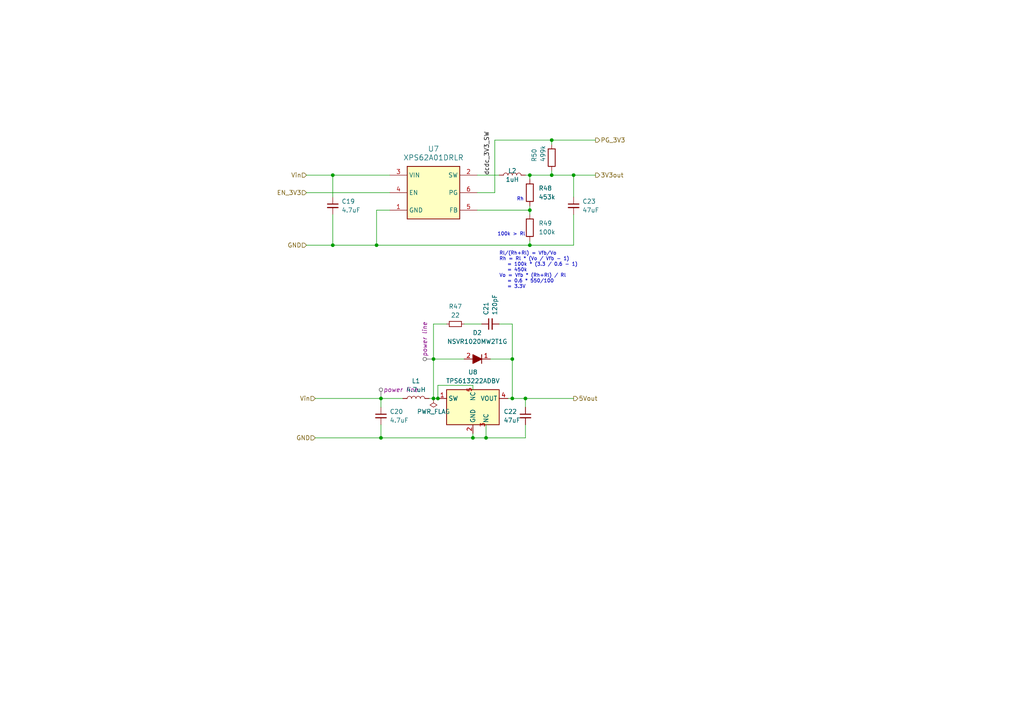
<source format=kicad_sch>
(kicad_sch
	(version 20231120)
	(generator "eeschema")
	(generator_version "8.0")
	(uuid "6b1196ae-a71d-47f3-9f29-ca551f21993e")
	(paper "A4")
	(title_block
		(title "bat to 3v3")
		(date "2024-01-12")
		(rev "1")
		(company "akifumi takahashi (@akiphvmi)")
	)
	(lib_symbols
		(symbol "DL:NSVR1020MW2T1G"
			(pin_names hide)
			(exclude_from_sim no)
			(in_bom yes)
			(on_board yes)
			(property "Reference" "D2"
				(at 7.62 -7.62 0)
				(effects
					(font
						(size 1.27 1.27)
					)
				)
			)
			(property "Value" "NSVR1020MW2T1G"
				(at 7.62 -5.08 0)
				(effects
					(font
						(size 1.27 1.27)
					)
				)
			)
			(property "Footprint" "SOD2512X110N"
				(at 11.43 -97.46 0)
				(effects
					(font
						(size 1.27 1.27)
					)
					(justify left top)
					(hide yes)
				)
			)
			(property "Datasheet" "http://www.onsemi.com/pub/Collateral/NSR1020MW2T1-D.PDF"
				(at 11.43 -197.46 0)
				(effects
					(font
						(size 1.27 1.27)
					)
					(justify left top)
					(hide yes)
				)
			)
			(property "Description" "Schottky Diodes & Rectifiers SMALL SIG SCHOTTKY S"
				(at 0 0 0)
				(effects
					(font
						(size 1.27 1.27)
					)
					(hide yes)
				)
			)
			(property "Height" "1.1"
				(at 11.43 -397.46 0)
				(effects
					(font
						(size 1.27 1.27)
					)
					(justify left top)
					(hide yes)
				)
			)
			(property "Manufacturer_Name" "onsemi"
				(at 11.43 -497.46 0)
				(effects
					(font
						(size 1.27 1.27)
					)
					(justify left top)
					(hide yes)
				)
			)
			(property "Manufacturer_Part_Number" "NSVR1020MW2T1G"
				(at 11.43 -597.46 0)
				(effects
					(font
						(size 1.27 1.27)
					)
					(justify left top)
					(hide yes)
				)
			)
			(property "Mouser Part Number" "863-NSVR1020MW2T1G"
				(at 11.43 -697.46 0)
				(effects
					(font
						(size 1.27 1.27)
					)
					(justify left top)
					(hide yes)
				)
			)
			(property "Mouser Price/Stock" "https://www.mouser.co.uk/ProductDetail/onsemi/NSVR1020MW2T1G?qs=tCMd4XlZ%2FiDUu7qH%252Bxas4w%3D%3D"
				(at 11.43 -797.46 0)
				(effects
					(font
						(size 1.27 1.27)
					)
					(justify left top)
					(hide yes)
				)
			)
			(property "Arrow Part Number" "NSVR1020MW2T1G"
				(at 11.43 -897.46 0)
				(effects
					(font
						(size 1.27 1.27)
					)
					(justify left top)
					(hide yes)
				)
			)
			(property "Arrow Price/Stock" "https://www.arrow.com/en/products/nsvr1020mw2t1g/on-semiconductor"
				(at 11.43 -997.46 0)
				(effects
					(font
						(size 1.27 1.27)
					)
					(justify left top)
					(hide yes)
				)
			)
			(symbol "NSVR1020MW2T1G_1_1"
				(polyline
					(pts
						(xy 2.54 1.27) (xy 2.54 -1.27)
					)
					(stroke
						(width 0.254)
						(type default)
					)
					(fill
						(type none)
					)
				)
				(polyline
					(pts
						(xy 2.54 0) (xy 5.08 1.27) (xy 5.08 -1.27) (xy 2.54 0)
					)
					(stroke
						(width 0.254)
						(type default)
					)
					(fill
						(type outline)
					)
				)
				(pin passive line
					(at 0 0 0)
					(length 2.54)
					(name "K"
						(effects
							(font
								(size 1.27 1.27)
							)
						)
					)
					(number "1"
						(effects
							(font
								(size 1.27 1.27)
							)
						)
					)
				)
				(pin passive line
					(at 7.62 0 180)
					(length 2.54)
					(name "A"
						(effects
							(font
								(size 1.27 1.27)
							)
						)
					)
					(number "2"
						(effects
							(font
								(size 1.27 1.27)
							)
						)
					)
				)
			)
		)
		(symbol "Device:C_Small"
			(pin_numbers hide)
			(pin_names
				(offset 0.254) hide)
			(exclude_from_sim no)
			(in_bom yes)
			(on_board yes)
			(property "Reference" "C"
				(at 0.254 1.778 0)
				(effects
					(font
						(size 1.27 1.27)
					)
					(justify left)
				)
			)
			(property "Value" "C_Small"
				(at 0.254 -2.032 0)
				(effects
					(font
						(size 1.27 1.27)
					)
					(justify left)
				)
			)
			(property "Footprint" ""
				(at 0 0 0)
				(effects
					(font
						(size 1.27 1.27)
					)
					(hide yes)
				)
			)
			(property "Datasheet" "~"
				(at 0 0 0)
				(effects
					(font
						(size 1.27 1.27)
					)
					(hide yes)
				)
			)
			(property "Description" "Unpolarized capacitor, small symbol"
				(at 0 0 0)
				(effects
					(font
						(size 1.27 1.27)
					)
					(hide yes)
				)
			)
			(property "ki_keywords" "capacitor cap"
				(at 0 0 0)
				(effects
					(font
						(size 1.27 1.27)
					)
					(hide yes)
				)
			)
			(property "ki_fp_filters" "C_*"
				(at 0 0 0)
				(effects
					(font
						(size 1.27 1.27)
					)
					(hide yes)
				)
			)
			(symbol "C_Small_0_1"
				(polyline
					(pts
						(xy -1.524 -0.508) (xy 1.524 -0.508)
					)
					(stroke
						(width 0.3302)
						(type default)
					)
					(fill
						(type none)
					)
				)
				(polyline
					(pts
						(xy -1.524 0.508) (xy 1.524 0.508)
					)
					(stroke
						(width 0.3048)
						(type default)
					)
					(fill
						(type none)
					)
				)
			)
			(symbol "C_Small_1_1"
				(pin passive line
					(at 0 2.54 270)
					(length 2.032)
					(name "~"
						(effects
							(font
								(size 1.27 1.27)
							)
						)
					)
					(number "1"
						(effects
							(font
								(size 1.27 1.27)
							)
						)
					)
				)
				(pin passive line
					(at 0 -2.54 90)
					(length 2.032)
					(name "~"
						(effects
							(font
								(size 1.27 1.27)
							)
						)
					)
					(number "2"
						(effects
							(font
								(size 1.27 1.27)
							)
						)
					)
				)
			)
		)
		(symbol "Device:L"
			(pin_numbers hide)
			(pin_names
				(offset 1.016) hide)
			(exclude_from_sim no)
			(in_bom yes)
			(on_board yes)
			(property "Reference" "L"
				(at -1.27 0 90)
				(effects
					(font
						(size 1.27 1.27)
					)
				)
			)
			(property "Value" "L"
				(at 1.905 0 90)
				(effects
					(font
						(size 1.27 1.27)
					)
				)
			)
			(property "Footprint" ""
				(at 0 0 0)
				(effects
					(font
						(size 1.27 1.27)
					)
					(hide yes)
				)
			)
			(property "Datasheet" "~"
				(at 0 0 0)
				(effects
					(font
						(size 1.27 1.27)
					)
					(hide yes)
				)
			)
			(property "Description" "Inductor"
				(at 0 0 0)
				(effects
					(font
						(size 1.27 1.27)
					)
					(hide yes)
				)
			)
			(property "ki_keywords" "inductor choke coil reactor magnetic"
				(at 0 0 0)
				(effects
					(font
						(size 1.27 1.27)
					)
					(hide yes)
				)
			)
			(property "ki_fp_filters" "Choke_* *Coil* Inductor_* L_*"
				(at 0 0 0)
				(effects
					(font
						(size 1.27 1.27)
					)
					(hide yes)
				)
			)
			(symbol "L_0_1"
				(arc
					(start 0 -2.54)
					(mid 0.6323 -1.905)
					(end 0 -1.27)
					(stroke
						(width 0)
						(type default)
					)
					(fill
						(type none)
					)
				)
				(arc
					(start 0 -1.27)
					(mid 0.6323 -0.635)
					(end 0 0)
					(stroke
						(width 0)
						(type default)
					)
					(fill
						(type none)
					)
				)
				(arc
					(start 0 0)
					(mid 0.6323 0.635)
					(end 0 1.27)
					(stroke
						(width 0)
						(type default)
					)
					(fill
						(type none)
					)
				)
				(arc
					(start 0 1.27)
					(mid 0.6323 1.905)
					(end 0 2.54)
					(stroke
						(width 0)
						(type default)
					)
					(fill
						(type none)
					)
				)
			)
			(symbol "L_1_1"
				(pin passive line
					(at 0 3.81 270)
					(length 1.27)
					(name "1"
						(effects
							(font
								(size 1.27 1.27)
							)
						)
					)
					(number "1"
						(effects
							(font
								(size 1.27 1.27)
							)
						)
					)
				)
				(pin passive line
					(at 0 -3.81 90)
					(length 1.27)
					(name "2"
						(effects
							(font
								(size 1.27 1.27)
							)
						)
					)
					(number "2"
						(effects
							(font
								(size 1.27 1.27)
							)
						)
					)
				)
			)
		)
		(symbol "Device:R"
			(pin_numbers hide)
			(pin_names
				(offset 0)
			)
			(exclude_from_sim no)
			(in_bom yes)
			(on_board yes)
			(property "Reference" "R"
				(at 2.032 0 90)
				(effects
					(font
						(size 1.27 1.27)
					)
				)
			)
			(property "Value" "R"
				(at 0 0 90)
				(effects
					(font
						(size 1.27 1.27)
					)
				)
			)
			(property "Footprint" ""
				(at -1.778 0 90)
				(effects
					(font
						(size 1.27 1.27)
					)
					(hide yes)
				)
			)
			(property "Datasheet" "~"
				(at 0 0 0)
				(effects
					(font
						(size 1.27 1.27)
					)
					(hide yes)
				)
			)
			(property "Description" "Resistor"
				(at 0 0 0)
				(effects
					(font
						(size 1.27 1.27)
					)
					(hide yes)
				)
			)
			(property "ki_keywords" "R res resistor"
				(at 0 0 0)
				(effects
					(font
						(size 1.27 1.27)
					)
					(hide yes)
				)
			)
			(property "ki_fp_filters" "R_*"
				(at 0 0 0)
				(effects
					(font
						(size 1.27 1.27)
					)
					(hide yes)
				)
			)
			(symbol "R_0_1"
				(rectangle
					(start -1.016 -2.54)
					(end 1.016 2.54)
					(stroke
						(width 0.254)
						(type default)
					)
					(fill
						(type none)
					)
				)
			)
			(symbol "R_1_1"
				(pin passive line
					(at 0 3.81 270)
					(length 1.27)
					(name "~"
						(effects
							(font
								(size 1.27 1.27)
							)
						)
					)
					(number "1"
						(effects
							(font
								(size 1.27 1.27)
							)
						)
					)
				)
				(pin passive line
					(at 0 -3.81 90)
					(length 1.27)
					(name "~"
						(effects
							(font
								(size 1.27 1.27)
							)
						)
					)
					(number "2"
						(effects
							(font
								(size 1.27 1.27)
							)
						)
					)
				)
			)
		)
		(symbol "Device:R_Small"
			(pin_numbers hide)
			(pin_names
				(offset 0.254) hide)
			(exclude_from_sim no)
			(in_bom yes)
			(on_board yes)
			(property "Reference" "R"
				(at 0.762 0.508 0)
				(effects
					(font
						(size 1.27 1.27)
					)
					(justify left)
				)
			)
			(property "Value" "R_Small"
				(at 0.762 -1.016 0)
				(effects
					(font
						(size 1.27 1.27)
					)
					(justify left)
				)
			)
			(property "Footprint" ""
				(at 0 0 0)
				(effects
					(font
						(size 1.27 1.27)
					)
					(hide yes)
				)
			)
			(property "Datasheet" "~"
				(at 0 0 0)
				(effects
					(font
						(size 1.27 1.27)
					)
					(hide yes)
				)
			)
			(property "Description" "Resistor, small symbol"
				(at 0 0 0)
				(effects
					(font
						(size 1.27 1.27)
					)
					(hide yes)
				)
			)
			(property "ki_keywords" "R resistor"
				(at 0 0 0)
				(effects
					(font
						(size 1.27 1.27)
					)
					(hide yes)
				)
			)
			(property "ki_fp_filters" "R_*"
				(at 0 0 0)
				(effects
					(font
						(size 1.27 1.27)
					)
					(hide yes)
				)
			)
			(symbol "R_Small_0_1"
				(rectangle
					(start -0.762 1.778)
					(end 0.762 -1.778)
					(stroke
						(width 0.2032)
						(type default)
					)
					(fill
						(type none)
					)
				)
			)
			(symbol "R_Small_1_1"
				(pin passive line
					(at 0 2.54 270)
					(length 0.762)
					(name "~"
						(effects
							(font
								(size 1.27 1.27)
							)
						)
					)
					(number "1"
						(effects
							(font
								(size 1.27 1.27)
							)
						)
					)
				)
				(pin passive line
					(at 0 -2.54 90)
					(length 0.762)
					(name "~"
						(effects
							(font
								(size 1.27 1.27)
							)
						)
					)
					(number "2"
						(effects
							(font
								(size 1.27 1.27)
							)
						)
					)
				)
			)
		)
		(symbol "Regulator_Switching:TPS613222ADBV"
			(exclude_from_sim no)
			(in_bom yes)
			(on_board yes)
			(property "Reference" "U9"
				(at 0 10.16 0)
				(effects
					(font
						(size 1.27 1.27)
					)
				)
			)
			(property "Value" "TPS613222ADBV"
				(at 0 7.62 0)
				(effects
					(font
						(size 1.27 1.27)
					)
				)
			)
			(property "Footprint" "Package_TO_SOT_SMD:SOT-23-5"
				(at 0 -20.32 0)
				(effects
					(font
						(size 1.27 1.27)
					)
					(hide yes)
				)
			)
			(property "Datasheet" "http://www.ti.com/lit/ds/symlink/tps61322.pdf"
				(at 0 -3.81 0)
				(effects
					(font
						(size 1.27 1.27)
					)
					(hide yes)
				)
			)
			(property "Description" "1.8A Step-Up Converter, 5V Output Voltage, 0.9-5.5V Input Voltage, SOT-23-5"
				(at 0 0 0)
				(effects
					(font
						(size 1.27 1.27)
					)
					(hide yes)
				)
			)
			(property "ki_keywords" "Boost converter"
				(at 0 0 0)
				(effects
					(font
						(size 1.27 1.27)
					)
					(hide yes)
				)
			)
			(property "ki_fp_filters" "SOT?23*"
				(at 0 0 0)
				(effects
					(font
						(size 1.27 1.27)
					)
					(hide yes)
				)
			)
			(symbol "TPS613222ADBV_0_1"
				(rectangle
					(start -7.62 5.08)
					(end 7.62 -5.08)
					(stroke
						(width 0.254)
						(type default)
					)
					(fill
						(type background)
					)
				)
			)
			(symbol "TPS613222ADBV_1_1"
				(pin power_in line
					(at -10.16 2.54 0)
					(length 2.54)
					(name "SW"
						(effects
							(font
								(size 1.27 1.27)
							)
						)
					)
					(number "1"
						(effects
							(font
								(size 1.27 1.27)
							)
						)
					)
				)
				(pin power_in line
					(at 0 -7.62 90)
					(length 2.54)
					(name "GND"
						(effects
							(font
								(size 1.27 1.27)
							)
						)
					)
					(number "2"
						(effects
							(font
								(size 1.27 1.27)
							)
						)
					)
				)
				(pin unspecified line
					(at 3.81 -5.08 90)
					(length 0)
					(name "NC"
						(effects
							(font
								(size 1.27 1.27)
							)
						)
					)
					(number "3"
						(effects
							(font
								(size 1.27 1.27)
							)
						)
					)
				)
				(pin power_out line
					(at 10.16 2.54 180)
					(length 2.54)
					(name "VOUT"
						(effects
							(font
								(size 1.27 1.27)
							)
						)
					)
					(number "4"
						(effects
							(font
								(size 1.27 1.27)
							)
						)
					)
				)
				(pin unspecified line
					(at 0 5.08 270)
					(length 0)
					(name "NC"
						(effects
							(font
								(size 1.27 1.27)
							)
						)
					)
					(number "5"
						(effects
							(font
								(size 1.27 1.27)
							)
						)
					)
				)
			)
		)
		(symbol "SamacSys_Parts:TPS62A01DRLR"
			(exclude_from_sim no)
			(in_bom yes)
			(on_board yes)
			(property "Reference" "U8"
				(at 12.7 7.62 0)
				(effects
					(font
						(size 1.524 1.524)
					)
				)
			)
			(property "Value" "XPS62A01DRLR"
				(at 12.7 5.08 0)
				(effects
					(font
						(size 1.524 1.524)
					)
				)
			)
			(property "Footprint" "SOTFL50P160X60-6N"
				(at 21.59 -94.92 0)
				(effects
					(font
						(size 1.27 1.27)
					)
					(justify left top)
					(hide yes)
				)
			)
			(property "Datasheet" "https://www.arrow.com/en/products/tps62a01drlr/texas-instruments?region=nac"
				(at 21.59 -194.92 0)
				(effects
					(font
						(size 1.27 1.27)
					)
					(justify left top)
					(hide yes)
				)
			)
			(property "Description" "Switching Voltage Regulators 2.5-V to 5.5-V input, 1-A high-efficiency step-down converter in SOT-563 package 6-SOT-5X3 -40 to 125"
				(at -8.382 -15.494 0)
				(effects
					(font
						(size 1.27 1.27)
					)
					(hide yes)
				)
			)
			(property "LCSC" "C5157937"
				(at -1.27 3.302 0)
				(effects
					(font
						(size 1.27 1.27)
					)
					(hide yes)
				)
			)
			(property "Height" "0.6"
				(at 21.59 -394.92 0)
				(effects
					(font
						(size 1.27 1.27)
					)
					(justify left top)
					(hide yes)
				)
			)
			(property "Manufacturer_Name" "Texas Instruments"
				(at 21.59 -494.92 0)
				(effects
					(font
						(size 1.27 1.27)
					)
					(justify left top)
					(hide yes)
				)
			)
			(property "Manufacturer_Part_Number" "TPS62A01DRLR"
				(at 21.59 -594.92 0)
				(effects
					(font
						(size 1.27 1.27)
					)
					(justify left top)
					(hide yes)
				)
			)
			(property "Mouser Part Number" "595-TPS62A01DRLR"
				(at 21.59 -694.92 0)
				(effects
					(font
						(size 1.27 1.27)
					)
					(justify left top)
					(hide yes)
				)
			)
			(property "Mouser Price/Stock" "https://www.mouser.co.uk/ProductDetail/Texas-Instruments/TPS62A01DRLR?qs=Znm5pLBrcALcIfh%2FYrJRtw%3D%3D"
				(at 21.59 -794.92 0)
				(effects
					(font
						(size 1.27 1.27)
					)
					(justify left top)
					(hide yes)
				)
			)
			(property "Arrow Part Number" "TPS62A01DRLR"
				(at 21.59 -894.92 0)
				(effects
					(font
						(size 1.27 1.27)
					)
					(justify left top)
					(hide yes)
				)
			)
			(property "Arrow Price/Stock" "null?region=nac"
				(at 21.59 -994.92 0)
				(effects
					(font
						(size 1.27 1.27)
					)
					(justify left top)
					(hide yes)
				)
			)
			(symbol "TPS62A01DRLR_1_1"
				(rectangle
					(start 5.08 2.54)
					(end 20.32 -12.7)
					(stroke
						(width 0.254)
						(type default)
					)
					(fill
						(type background)
					)
				)
				(pin passive line
					(at 0 -10.16 0)
					(length 5.08)
					(name "GND"
						(effects
							(font
								(size 1.27 1.27)
							)
						)
					)
					(number "1"
						(effects
							(font
								(size 1.27 1.27)
							)
						)
					)
				)
				(pin passive line
					(at 25.4 0 180)
					(length 5.08)
					(name "SW"
						(effects
							(font
								(size 1.27 1.27)
							)
						)
					)
					(number "2"
						(effects
							(font
								(size 1.27 1.27)
							)
						)
					)
				)
				(pin passive line
					(at 0 0 0)
					(length 5.08)
					(name "VIN"
						(effects
							(font
								(size 1.27 1.27)
							)
						)
					)
					(number "3"
						(effects
							(font
								(size 1.27 1.27)
							)
						)
					)
				)
				(pin passive line
					(at 0 -5.08 0)
					(length 5.08)
					(name "EN"
						(effects
							(font
								(size 1.27 1.27)
							)
						)
					)
					(number "4"
						(effects
							(font
								(size 1.27 1.27)
							)
						)
					)
				)
				(pin passive line
					(at 25.4 -10.16 180)
					(length 5.08)
					(name "FB"
						(effects
							(font
								(size 1.27 1.27)
							)
						)
					)
					(number "5"
						(effects
							(font
								(size 1.27 1.27)
							)
						)
					)
				)
				(pin passive line
					(at 25.4 -5.08 180)
					(length 5.08)
					(name "PG"
						(effects
							(font
								(size 1.27 1.27)
							)
						)
					)
					(number "6"
						(effects
							(font
								(size 1.27 1.27)
							)
						)
					)
				)
			)
		)
		(symbol "power:PWR_FLAG"
			(power)
			(pin_numbers hide)
			(pin_names
				(offset 0) hide)
			(exclude_from_sim no)
			(in_bom yes)
			(on_board yes)
			(property "Reference" "#FLG"
				(at 0 1.905 0)
				(effects
					(font
						(size 1.27 1.27)
					)
					(hide yes)
				)
			)
			(property "Value" "PWR_FLAG"
				(at 0 3.81 0)
				(effects
					(font
						(size 1.27 1.27)
					)
				)
			)
			(property "Footprint" ""
				(at 0 0 0)
				(effects
					(font
						(size 1.27 1.27)
					)
					(hide yes)
				)
			)
			(property "Datasheet" "~"
				(at 0 0 0)
				(effects
					(font
						(size 1.27 1.27)
					)
					(hide yes)
				)
			)
			(property "Description" "Special symbol for telling ERC where power comes from"
				(at 0 0 0)
				(effects
					(font
						(size 1.27 1.27)
					)
					(hide yes)
				)
			)
			(property "ki_keywords" "flag power"
				(at 0 0 0)
				(effects
					(font
						(size 1.27 1.27)
					)
					(hide yes)
				)
			)
			(symbol "PWR_FLAG_0_0"
				(pin power_out line
					(at 0 0 90)
					(length 0)
					(name "pwr"
						(effects
							(font
								(size 1.27 1.27)
							)
						)
					)
					(number "1"
						(effects
							(font
								(size 1.27 1.27)
							)
						)
					)
				)
			)
			(symbol "PWR_FLAG_0_1"
				(polyline
					(pts
						(xy 0 0) (xy 0 1.27) (xy -1.016 1.905) (xy 0 2.54) (xy 1.016 1.905) (xy 0 1.27)
					)
					(stroke
						(width 0)
						(type default)
					)
					(fill
						(type none)
					)
				)
			)
		)
	)
	(junction
		(at 96.52 71.12)
		(diameter 0)
		(color 0 0 0 0)
		(uuid "006aa70a-57b7-4eec-93ba-d6aefc4dfe61")
	)
	(junction
		(at 110.49 115.57)
		(diameter 0)
		(color 0 0 0 0)
		(uuid "0fc7dbb6-713f-4389-9e6b-6d99a1a11210")
	)
	(junction
		(at 140.97 127)
		(diameter 0)
		(color 0 0 0 0)
		(uuid "18e06d8e-386d-416a-9f29-096f3358c03c")
	)
	(junction
		(at 109.22 71.12)
		(diameter 0)
		(color 0 0 0 0)
		(uuid "1fd53280-21e2-4839-9ece-b40b9f2ddedf")
	)
	(junction
		(at 96.52 50.8)
		(diameter 0)
		(color 0 0 0 0)
		(uuid "4a106728-3f60-48e0-9b43-8d84ace2d543")
	)
	(junction
		(at 127 115.57)
		(diameter 0)
		(color 0 0 0 0)
		(uuid "71ecd310-d38c-4243-a881-741ab348b95f")
	)
	(junction
		(at 110.49 127)
		(diameter 0)
		(color 0 0 0 0)
		(uuid "7980916c-28d2-4c15-82f0-df69680c4bff")
	)
	(junction
		(at 148.59 104.14)
		(diameter 0)
		(color 0 0 0 0)
		(uuid "7d5078f4-6131-41fd-b715-b64291b01701")
	)
	(junction
		(at 166.37 50.8)
		(diameter 0)
		(color 0 0 0 0)
		(uuid "82dd63a8-8d66-4037-998a-77737de50034")
	)
	(junction
		(at 125.73 104.14)
		(diameter 0)
		(color 0 0 0 0)
		(uuid "99793e6b-3d94-49f8-9642-b5e4e3d2bc08")
	)
	(junction
		(at 148.59 115.57)
		(diameter 0)
		(color 0 0 0 0)
		(uuid "b0648bad-c171-44d4-a137-650871ba11fa")
	)
	(junction
		(at 153.67 60.96)
		(diameter 0)
		(color 0 0 0 0)
		(uuid "b750229d-d723-4a21-b091-55d2c929a135")
	)
	(junction
		(at 153.67 50.8)
		(diameter 0)
		(color 0 0 0 0)
		(uuid "bf3c5c6b-d86f-4c4d-abe7-7efd8a388b9d")
	)
	(junction
		(at 125.73 115.57)
		(diameter 0)
		(color 0 0 0 0)
		(uuid "d8e4fd9b-80a8-4f8c-a6bb-fc1b3f7600b1")
	)
	(junction
		(at 153.67 71.12)
		(diameter 0)
		(color 0 0 0 0)
		(uuid "d96648e8-968a-4e89-8911-d9dd1e4c5666")
	)
	(junction
		(at 152.4 115.57)
		(diameter 0)
		(color 0 0 0 0)
		(uuid "e27c243a-8a6e-45b7-bb45-9353638cbf25")
	)
	(junction
		(at 160.02 50.8)
		(diameter 0)
		(color 0 0 0 0)
		(uuid "e8bd6b4f-e5ab-40fa-b433-74c09669b23e")
	)
	(junction
		(at 137.16 127)
		(diameter 0)
		(color 0 0 0 0)
		(uuid "f2937425-5635-48de-bb67-25630fb88468")
	)
	(junction
		(at 160.02 40.64)
		(diameter 0)
		(color 0 0 0 0)
		(uuid "f3a87b7a-0830-4f6f-95a1-103402cc1ebe")
	)
	(wire
		(pts
			(xy 88.9 50.8) (xy 96.52 50.8)
		)
		(stroke
			(width 0)
			(type default)
		)
		(uuid "0269732b-e6cc-4723-be38-f47788abd5bc")
	)
	(wire
		(pts
			(xy 110.49 123.19) (xy 110.49 127)
		)
		(stroke
			(width 0)
			(type default)
		)
		(uuid "0619fcd1-478b-4034-b72c-68928ad862d8")
	)
	(wire
		(pts
			(xy 143.51 40.64) (xy 143.51 55.88)
		)
		(stroke
			(width 0)
			(type default)
		)
		(uuid "07f32faa-4211-45ce-9042-7fe864a122bc")
	)
	(wire
		(pts
			(xy 152.4 115.57) (xy 166.37 115.57)
		)
		(stroke
			(width 0)
			(type default)
		)
		(uuid "08d2a4e0-56cf-4f37-8bb8-dadc1d686570")
	)
	(wire
		(pts
			(xy 127 111.76) (xy 137.16 111.76)
		)
		(stroke
			(width 0)
			(type default)
		)
		(uuid "0b919c03-aaff-440e-b7dc-f94da9f9b71e")
	)
	(wire
		(pts
			(xy 127 111.76) (xy 127 115.57)
		)
		(stroke
			(width 0)
			(type default)
		)
		(uuid "0d1be8e1-4636-4e6a-8b68-22dd41a92d2a")
	)
	(wire
		(pts
			(xy 152.4 115.57) (xy 152.4 118.11)
		)
		(stroke
			(width 0)
			(type default)
		)
		(uuid "0dd9ed28-12ce-488d-b94e-d739337a850e")
	)
	(wire
		(pts
			(xy 160.02 49.53) (xy 160.02 50.8)
		)
		(stroke
			(width 0)
			(type default)
		)
		(uuid "14ce5514-0776-4a70-ad81-940073a651c3")
	)
	(wire
		(pts
			(xy 142.24 104.14) (xy 148.59 104.14)
		)
		(stroke
			(width 0)
			(type default)
		)
		(uuid "15403018-0565-438f-a81c-4700dd9da58e")
	)
	(wire
		(pts
			(xy 143.51 40.64) (xy 160.02 40.64)
		)
		(stroke
			(width 0)
			(type default)
		)
		(uuid "185a59f5-98ee-45bd-9231-1c2e3d3ce5c0")
	)
	(wire
		(pts
			(xy 152.4 123.19) (xy 152.4 127)
		)
		(stroke
			(width 0)
			(type default)
		)
		(uuid "19187585-417c-4304-b320-0b20fd230c31")
	)
	(wire
		(pts
			(xy 153.67 69.85) (xy 153.67 71.12)
		)
		(stroke
			(width 0)
			(type default)
		)
		(uuid "193408e3-02e8-4790-9450-e07ba9198e9c")
	)
	(wire
		(pts
			(xy 96.52 50.8) (xy 113.03 50.8)
		)
		(stroke
			(width 0)
			(type default)
		)
		(uuid "1b1af14f-58c2-45bc-9a32-2f5569dce593")
	)
	(wire
		(pts
			(xy 109.22 71.12) (xy 153.67 71.12)
		)
		(stroke
			(width 0)
			(type default)
		)
		(uuid "1f22bdba-77bd-4481-8b68-6d8891f8d73c")
	)
	(wire
		(pts
			(xy 110.49 115.57) (xy 110.49 118.11)
		)
		(stroke
			(width 0)
			(type default)
		)
		(uuid "20f00ed0-84f5-4e63-bf6a-afa90dcadc0a")
	)
	(wire
		(pts
			(xy 166.37 50.8) (xy 172.72 50.8)
		)
		(stroke
			(width 0)
			(type default)
		)
		(uuid "252acf0f-3d03-4499-9cf9-8ca39ed0b1eb")
	)
	(wire
		(pts
			(xy 160.02 41.91) (xy 160.02 40.64)
		)
		(stroke
			(width 0)
			(type default)
		)
		(uuid "2d4ee579-a180-4287-9428-9afe8cb1ee04")
	)
	(wire
		(pts
			(xy 96.52 71.12) (xy 109.22 71.12)
		)
		(stroke
			(width 0)
			(type default)
		)
		(uuid "312bc0ba-8383-45fa-9124-b5c6e59e23b3")
	)
	(wire
		(pts
			(xy 153.67 50.8) (xy 152.4 50.8)
		)
		(stroke
			(width 0)
			(type default)
		)
		(uuid "359ff26a-8366-4bd9-a529-c98309c6fb3d")
	)
	(wire
		(pts
			(xy 125.73 93.98) (xy 129.54 93.98)
		)
		(stroke
			(width 0)
			(type default)
		)
		(uuid "3b65a713-f471-4f6f-ba9c-7184bd9f6cf7")
	)
	(wire
		(pts
			(xy 110.49 127) (xy 137.16 127)
		)
		(stroke
			(width 0)
			(type default)
		)
		(uuid "42d33d92-b858-4885-a3f7-257ebf9a786f")
	)
	(wire
		(pts
			(xy 134.62 93.98) (xy 139.7 93.98)
		)
		(stroke
			(width 0)
			(type default)
		)
		(uuid "4f38b91d-9bb5-4de3-ae6b-e3d4dcc3132d")
	)
	(wire
		(pts
			(xy 109.22 60.96) (xy 109.22 71.12)
		)
		(stroke
			(width 0)
			(type default)
		)
		(uuid "52f72444-116a-4169-b879-450326b372a4")
	)
	(wire
		(pts
			(xy 125.73 104.14) (xy 134.62 104.14)
		)
		(stroke
			(width 0)
			(type default)
		)
		(uuid "54fab385-eb68-4a9b-a312-3dd6d50885bc")
	)
	(wire
		(pts
			(xy 153.67 60.96) (xy 153.67 59.69)
		)
		(stroke
			(width 0)
			(type default)
		)
		(uuid "5b3789ae-c2b9-4d34-b1e1-3958ea96dd2d")
	)
	(wire
		(pts
			(xy 147.32 115.57) (xy 148.59 115.57)
		)
		(stroke
			(width 0)
			(type default)
		)
		(uuid "6488a746-cf4c-48be-abac-98454f98e894")
	)
	(wire
		(pts
			(xy 125.73 115.57) (xy 127 115.57)
		)
		(stroke
			(width 0)
			(type default)
		)
		(uuid "691faf63-45d5-43c3-b1da-c64044ac15d8")
	)
	(wire
		(pts
			(xy 140.97 127) (xy 140.97 123.19)
		)
		(stroke
			(width 0)
			(type default)
		)
		(uuid "6aa75f11-7adc-4a02-aaa2-532477ab5846")
	)
	(wire
		(pts
			(xy 160.02 40.64) (xy 172.72 40.64)
		)
		(stroke
			(width 0)
			(type default)
		)
		(uuid "6f086ef4-e7a8-420b-b66e-db708a346de4")
	)
	(wire
		(pts
			(xy 88.9 71.12) (xy 96.52 71.12)
		)
		(stroke
			(width 0)
			(type default)
		)
		(uuid "719dfcae-a20b-4745-af52-fa0ad08ffbe0")
	)
	(wire
		(pts
			(xy 125.73 104.14) (xy 125.73 115.57)
		)
		(stroke
			(width 0)
			(type default)
		)
		(uuid "730445bd-c832-40d6-8052-0317f76c83a0")
	)
	(wire
		(pts
			(xy 96.52 62.23) (xy 96.52 71.12)
		)
		(stroke
			(width 0)
			(type default)
		)
		(uuid "79c4ea8d-32d7-4cc0-b4b7-7b2e3755474e")
	)
	(wire
		(pts
			(xy 137.16 111.76) (xy 137.16 113.03)
		)
		(stroke
			(width 0)
			(type default)
		)
		(uuid "7e50b8fc-e575-47f7-b360-780b5c7f5a20")
	)
	(wire
		(pts
			(xy 125.73 93.98) (xy 125.73 104.14)
		)
		(stroke
			(width 0)
			(type default)
		)
		(uuid "7f08f6db-18e3-4a9b-a71c-144becbf83e8")
	)
	(wire
		(pts
			(xy 138.43 55.88) (xy 143.51 55.88)
		)
		(stroke
			(width 0)
			(type default)
		)
		(uuid "8a4bd320-c810-4736-acdb-cef342837ddd")
	)
	(wire
		(pts
			(xy 91.44 127) (xy 110.49 127)
		)
		(stroke
			(width 0)
			(type default)
		)
		(uuid "8ea8eea2-ff72-4bf1-89e5-9c42fbcab3ef")
	)
	(wire
		(pts
			(xy 140.97 127) (xy 152.4 127)
		)
		(stroke
			(width 0)
			(type default)
		)
		(uuid "8f5b1c4f-4580-4ad7-8272-037ed0be33e5")
	)
	(wire
		(pts
			(xy 88.9 55.88) (xy 113.03 55.88)
		)
		(stroke
			(width 0)
			(type default)
		)
		(uuid "9351713b-18f0-48ad-b458-efcb9d614494")
	)
	(wire
		(pts
			(xy 148.59 93.98) (xy 144.78 93.98)
		)
		(stroke
			(width 0)
			(type default)
		)
		(uuid "9f9ae568-f761-4782-a2b3-d6c21fceaafc")
	)
	(wire
		(pts
			(xy 138.43 50.8) (xy 144.78 50.8)
		)
		(stroke
			(width 0)
			(type default)
		)
		(uuid "a4f2d2ec-3663-4535-b83e-df736d6a2d66")
	)
	(wire
		(pts
			(xy 166.37 50.8) (xy 166.37 57.15)
		)
		(stroke
			(width 0)
			(type default)
		)
		(uuid "a59871b2-090f-4fd1-96f0-7bb55d6b3d47")
	)
	(wire
		(pts
			(xy 138.43 60.96) (xy 153.67 60.96)
		)
		(stroke
			(width 0)
			(type default)
		)
		(uuid "a68255e1-0801-4501-8361-fb132c18a1dd")
	)
	(wire
		(pts
			(xy 166.37 62.23) (xy 166.37 71.12)
		)
		(stroke
			(width 0)
			(type default)
		)
		(uuid "a9eefed6-2107-4f60-bfec-eb5f8154278b")
	)
	(wire
		(pts
			(xy 153.67 60.96) (xy 153.67 62.23)
		)
		(stroke
			(width 0)
			(type default)
		)
		(uuid "ab61f384-4435-41ef-98a0-dc47c4a02975")
	)
	(wire
		(pts
			(xy 160.02 50.8) (xy 166.37 50.8)
		)
		(stroke
			(width 0)
			(type default)
		)
		(uuid "af4fd510-ad54-4ea0-8ff5-5e3cfc858514")
	)
	(wire
		(pts
			(xy 148.59 104.14) (xy 148.59 115.57)
		)
		(stroke
			(width 0)
			(type default)
		)
		(uuid "b2a06adf-d22f-4609-99e7-074fa7c24a1b")
	)
	(wire
		(pts
			(xy 125.73 115.57) (xy 124.46 115.57)
		)
		(stroke
			(width 0)
			(type default)
		)
		(uuid "b99af7ac-2ed9-49c0-9e35-2bc7e048a284")
	)
	(wire
		(pts
			(xy 153.67 50.8) (xy 160.02 50.8)
		)
		(stroke
			(width 0)
			(type default)
		)
		(uuid "bcd74b77-00df-4afd-b844-60a9efa4b8cc")
	)
	(wire
		(pts
			(xy 96.52 50.8) (xy 96.52 57.15)
		)
		(stroke
			(width 0)
			(type default)
		)
		(uuid "bd2f7b5c-ad8c-41a7-af6f-056cde3231e5")
	)
	(wire
		(pts
			(xy 137.16 127) (xy 140.97 127)
		)
		(stroke
			(width 0)
			(type default)
		)
		(uuid "bebba530-cfdc-42be-afc6-1baed989fc87")
	)
	(wire
		(pts
			(xy 148.59 115.57) (xy 152.4 115.57)
		)
		(stroke
			(width 0)
			(type default)
		)
		(uuid "cf028c37-4854-4131-bdd6-4c12cd2c98fc")
	)
	(wire
		(pts
			(xy 153.67 71.12) (xy 166.37 71.12)
		)
		(stroke
			(width 0)
			(type default)
		)
		(uuid "d68a3876-b3d5-4461-bf27-1f3be2e70f1e")
	)
	(wire
		(pts
			(xy 153.67 50.8) (xy 153.67 52.07)
		)
		(stroke
			(width 0)
			(type default)
		)
		(uuid "e01b92b7-6761-4169-a70f-05a8c1f83fcd")
	)
	(wire
		(pts
			(xy 110.49 115.57) (xy 116.84 115.57)
		)
		(stroke
			(width 0)
			(type default)
		)
		(uuid "e6e63fc2-f1b0-425a-a0ae-1cea7fabec57")
	)
	(wire
		(pts
			(xy 137.16 127) (xy 137.16 125.73)
		)
		(stroke
			(width 0)
			(type default)
		)
		(uuid "f0896f65-a690-4398-87fc-56802c537e7a")
	)
	(wire
		(pts
			(xy 148.59 93.98) (xy 148.59 104.14)
		)
		(stroke
			(width 0)
			(type default)
		)
		(uuid "f4a8a9d3-b4c8-487c-bd27-8df828b7f2bd")
	)
	(wire
		(pts
			(xy 91.44 115.57) (xy 110.49 115.57)
		)
		(stroke
			(width 0)
			(type default)
		)
		(uuid "fbcc46f7-b42a-48f2-aec7-ccb5e492f525")
	)
	(wire
		(pts
			(xy 109.22 60.96) (xy 113.03 60.96)
		)
		(stroke
			(width 0)
			(type default)
		)
		(uuid "fdf01c00-ad72-4305-abca-b11b0350eebe")
	)
	(text "Rh"
		(exclude_from_sim no)
		(at 149.86 58.42 0)
		(effects
			(font
				(size 1 1)
			)
			(justify left bottom)
		)
		(uuid "23d64be7-f1eb-4d02-b93e-b40845b6569b")
	)
	(text "100k > Rl"
		(exclude_from_sim no)
		(at 152.4 68.58 0)
		(effects
			(font
				(size 1 1)
			)
			(justify right bottom)
		)
		(uuid "744528b8-2ac5-4e68-a061-603275414645")
	)
	(text "Rl/(Rh+Rl) = Vfb/Vo\nRh = Rl * (Vo / Vfb - 1)\n   = 100k * (3.3 / 0.6 - 1)\n   = 450k\nVo = Vfb * (Rh+Rl) / Rl\n   = 0.6 * 550/100\n   = 3.3V"
		(exclude_from_sim no)
		(at 144.78 83.82 0)
		(effects
			(font
				(size 1 1)
			)
			(justify left bottom)
		)
		(uuid "f6ba0bea-406d-44dc-8b67-5e83216adde0")
	)
	(label "dcdc_3V3_SW"
		(at 142.24 50.8 90)
		(fields_autoplaced yes)
		(effects
			(font
				(size 1.27 1.27)
			)
			(justify left bottom)
		)
		(uuid "c1ce3b30-5ee5-492c-b9bc-23bd8a0238c9")
	)
	(hierarchical_label "Vin"
		(shape input)
		(at 91.44 115.57 180)
		(fields_autoplaced yes)
		(effects
			(font
				(size 1.27 1.27)
			)
			(justify right)
		)
		(uuid "01ef0b6a-4dd0-4b67-98e4-1b21ad1da3ed")
	)
	(hierarchical_label "EN_3V3"
		(shape input)
		(at 88.9 55.88 180)
		(fields_autoplaced yes)
		(effects
			(font
				(size 1.27 1.27)
			)
			(justify right)
		)
		(uuid "0cdf29d7-011d-4127-bbdd-a42b7ad868ed")
	)
	(hierarchical_label "5Vout"
		(shape output)
		(at 166.37 115.57 0)
		(fields_autoplaced yes)
		(effects
			(font
				(size 1.27 1.27)
			)
			(justify left)
		)
		(uuid "11dfdb00-ca7b-4020-8ee3-3cf17e76225d")
	)
	(hierarchical_label "Vin"
		(shape input)
		(at 88.9 50.8 180)
		(fields_autoplaced yes)
		(effects
			(font
				(size 1.27 1.27)
			)
			(justify right)
		)
		(uuid "353f780c-489c-4e15-94e8-a4539b87a156")
	)
	(hierarchical_label "3V3out"
		(shape output)
		(at 172.72 50.8 0)
		(fields_autoplaced yes)
		(effects
			(font
				(size 1.27 1.27)
			)
			(justify left)
		)
		(uuid "822a1900-0157-47c4-a344-bce8e1a58e81")
	)
	(hierarchical_label "GND"
		(shape input)
		(at 88.9 71.12 180)
		(fields_autoplaced yes)
		(effects
			(font
				(size 1.27 1.27)
			)
			(justify right)
		)
		(uuid "8c5c1c06-9431-4992-98b5-7e2358e0fabd")
	)
	(hierarchical_label "GND"
		(shape input)
		(at 91.44 127 180)
		(fields_autoplaced yes)
		(effects
			(font
				(size 1.27 1.27)
			)
			(justify right)
		)
		(uuid "d65ab303-af9a-4ee1-81e6-6562e4f23fa3")
	)
	(hierarchical_label "PG_3V3"
		(shape output)
		(at 172.72 40.64 0)
		(fields_autoplaced yes)
		(effects
			(font
				(size 1.27 1.27)
			)
			(justify left)
		)
		(uuid "f02fbf9a-b159-4816-a961-a85e70890388")
	)
	(netclass_flag ""
		(length 2.54)
		(shape round)
		(at 125.73 104.14 90)
		(fields_autoplaced yes)
		(effects
			(font
				(size 1.27 1.27)
			)
			(justify left bottom)
		)
		(uuid "237a7469-83a0-4db0-bea9-01b80e1f1f2c")
		(property "Netclass" "power line"
			(at 123.19 103.4415 90)
			(effects
				(font
					(size 1.27 1.27)
					(italic yes)
				)
				(justify left)
			)
		)
	)
	(netclass_flag ""
		(length 2.54)
		(shape round)
		(at 110.49 115.57 0)
		(fields_autoplaced yes)
		(effects
			(font
				(size 1.27 1.27)
			)
			(justify left bottom)
		)
		(uuid "f2c85c11-69f7-4bfc-b2ef-72990ce0c6dd")
		(property "Netclass" "power line"
			(at 111.1885 113.03 0)
			(effects
				(font
					(size 1.27 1.27)
					(italic yes)
				)
				(justify left)
			)
		)
	)
	(symbol
		(lib_id "Device:C_Small")
		(at 152.4 120.65 0)
		(unit 1)
		(exclude_from_sim no)
		(in_bom yes)
		(on_board yes)
		(dnp no)
		(uuid "12b94138-b161-4020-8cf3-c491c8549318")
		(property "Reference" "C22"
			(at 146.05 119.38 0)
			(effects
				(font
					(size 1.27 1.27)
				)
				(justify left)
			)
		)
		(property "Value" "47uF"
			(at 146.05 121.92 0)
			(effects
				(font
					(size 1.27 1.27)
				)
				(justify left)
			)
		)
		(property "Footprint" "Capacitor_SMD:C_1206_3216Metric"
			(at 152.4 120.65 0)
			(effects
				(font
					(size 1.27 1.27)
				)
				(hide yes)
			)
		)
		(property "Datasheet" "https://product.tdk.com/ja/search/capacitor/ceramic/mlcc/info?part_no=C3216X5R1E476M160AC"
			(at 152.4 120.65 0)
			(effects
				(font
					(size 1.27 1.27)
				)
				(hide yes)
			)
		)
		(property "Description" ""
			(at 152.4 120.65 0)
			(effects
				(font
					(size 1.27 1.27)
				)
				(hide yes)
			)
		)
		(property "LCSC" "C76659"
			(at 152.4 120.65 0)
			(effects
				(font
					(size 1.27 1.27)
				)
				(hide yes)
			)
		)
		(pin "1"
			(uuid "01ebcc67-fba7-489c-870c-290829b984e9")
		)
		(pin "2"
			(uuid "ee2ec611-d7ac-4aeb-92aa-0978c98c5a94")
		)
		(instances
			(project "wrist_ems_12_electrodes"
				(path "/1293c2bf-ff74-4e5d-835f-9cba97fbdd7d/7096dc12-4baf-4821-a815-30c29f75610d"
					(reference "C22")
					(unit 1)
				)
			)
		)
	)
	(symbol
		(lib_id "SamacSys_Parts:TPS62A01DRLR")
		(at 113.03 50.8 0)
		(unit 1)
		(exclude_from_sim no)
		(in_bom yes)
		(on_board yes)
		(dnp no)
		(fields_autoplaced yes)
		(uuid "1de287f4-cef5-44f4-abfb-c5c05411292b")
		(property "Reference" "U7"
			(at 125.73 43.18 0)
			(effects
				(font
					(size 1.524 1.524)
				)
			)
		)
		(property "Value" "XPS62A01DRLR"
			(at 125.73 45.72 0)
			(effects
				(font
					(size 1.524 1.524)
				)
			)
		)
		(property "Footprint" "SOTFL50P160X60-6N"
			(at 134.62 145.72 0)
			(effects
				(font
					(size 1.27 1.27)
				)
				(justify left top)
				(hide yes)
			)
		)
		(property "Datasheet" "https://www.arrow.com/en/products/tps62a01drlr/texas-instruments?region=nac"
			(at 134.62 245.72 0)
			(effects
				(font
					(size 1.27 1.27)
				)
				(justify left top)
				(hide yes)
			)
		)
		(property "Description" "Switching Voltage Regulators 2.5-V to 5.5-V input, 1-A high-efficiency step-down converter in SOT-563 package 6-SOT-5X3 -40 to 125"
			(at 104.648 66.294 0)
			(effects
				(font
					(size 1.27 1.27)
				)
				(hide yes)
			)
		)
		(property "LCSC" "C5157937"
			(at 111.76 47.498 0)
			(effects
				(font
					(size 1.27 1.27)
				)
				(hide yes)
			)
		)
		(property "Height" "0.6"
			(at 134.62 445.72 0)
			(effects
				(font
					(size 1.27 1.27)
				)
				(justify left top)
				(hide yes)
			)
		)
		(property "Manufacturer_Name" "Texas Instruments"
			(at 134.62 545.72 0)
			(effects
				(font
					(size 1.27 1.27)
				)
				(justify left top)
				(hide yes)
			)
		)
		(property "Manufacturer_Part_Number" "TPS62A01DRLR"
			(at 134.62 645.72 0)
			(effects
				(font
					(size 1.27 1.27)
				)
				(justify left top)
				(hide yes)
			)
		)
		(property "Mouser Part Number" "595-TPS62A01DRLR"
			(at 134.62 745.72 0)
			(effects
				(font
					(size 1.27 1.27)
				)
				(justify left top)
				(hide yes)
			)
		)
		(property "Mouser Price/Stock" "https://www.mouser.co.uk/ProductDetail/Texas-Instruments/TPS62A01DRLR?qs=Znm5pLBrcALcIfh%2FYrJRtw%3D%3D"
			(at 134.62 845.72 0)
			(effects
				(font
					(size 1.27 1.27)
				)
				(justify left top)
				(hide yes)
			)
		)
		(property "Arrow Part Number" "TPS62A01DRLR"
			(at 134.62 945.72 0)
			(effects
				(font
					(size 1.27 1.27)
				)
				(justify left top)
				(hide yes)
			)
		)
		(property "Arrow Price/Stock" "null?region=nac"
			(at 134.62 1045.72 0)
			(effects
				(font
					(size 1.27 1.27)
				)
				(justify left top)
				(hide yes)
			)
		)
		(pin "1"
			(uuid "01bf2018-c38c-4bb2-9216-8503d77e8796")
		)
		(pin "2"
			(uuid "f90e4f04-037f-4ac4-b8ac-305885741ea0")
		)
		(pin "3"
			(uuid "1ca9be71-4ae0-4632-801c-b2b6624b82f7")
		)
		(pin "4"
			(uuid "8c904630-a86c-4410-ba5c-8fd2c76dc583")
		)
		(pin "5"
			(uuid "3aeb47e3-ef45-4d69-967f-7b744a90401f")
		)
		(pin "6"
			(uuid "f612ff25-5eac-4fbc-8b37-4fc0d8702233")
		)
		(instances
			(project "wrist_ems_12_electrodes"
				(path "/1293c2bf-ff74-4e5d-835f-9cba97fbdd7d/7096dc12-4baf-4821-a815-30c29f75610d"
					(reference "U7")
					(unit 1)
				)
			)
		)
	)
	(symbol
		(lib_id "Device:R_Small")
		(at 132.08 93.98 270)
		(unit 1)
		(exclude_from_sim no)
		(in_bom yes)
		(on_board yes)
		(dnp no)
		(uuid "412f6386-b363-4959-a3ff-6d1cb86121a5")
		(property "Reference" "R47"
			(at 132.08 88.9 90)
			(effects
				(font
					(size 1.27 1.27)
				)
			)
		)
		(property "Value" "22"
			(at 132.08 91.44 90)
			(effects
				(font
					(size 1.27 1.27)
				)
			)
		)
		(property "Footprint" "Resistor_SMD:R_0402_1005Metric"
			(at 132.08 93.98 0)
			(effects
				(font
					(size 1.27 1.27)
				)
				(hide yes)
			)
		)
		(property "Datasheet" "~"
			(at 132.08 93.98 0)
			(effects
				(font
					(size 1.27 1.27)
				)
				(hide yes)
			)
		)
		(property "Description" ""
			(at 132.08 93.98 0)
			(effects
				(font
					(size 1.27 1.27)
				)
				(hide yes)
			)
		)
		(property "LCSC" "C413049"
			(at 132.08 93.98 0)
			(effects
				(font
					(size 1.27 1.27)
				)
				(hide yes)
			)
		)
		(pin "1"
			(uuid "5ca91742-20e1-44e4-96e4-929c439efad0")
		)
		(pin "2"
			(uuid "3f56b8f4-3c41-470b-9975-837b424e4130")
		)
		(instances
			(project "wrist_ems_12_electrodes"
				(path "/1293c2bf-ff74-4e5d-835f-9cba97fbdd7d/7096dc12-4baf-4821-a815-30c29f75610d"
					(reference "R47")
					(unit 1)
				)
			)
		)
	)
	(symbol
		(lib_id "Device:R")
		(at 160.02 45.72 0)
		(mirror y)
		(unit 1)
		(exclude_from_sim no)
		(in_bom yes)
		(on_board yes)
		(dnp no)
		(uuid "5b7a9f7f-e478-4f2c-a12f-5917a5228c86")
		(property "Reference" "R50"
			(at 154.94 46.99 90)
			(effects
				(font
					(size 1.27 1.27)
				)
				(justify left)
			)
		)
		(property "Value" "499k"
			(at 157.48 46.99 90)
			(effects
				(font
					(size 1.27 1.27)
				)
				(justify left)
			)
		)
		(property "Footprint" "Resistor_SMD:R_0402_1005Metric"
			(at 161.798 45.72 90)
			(effects
				(font
					(size 1.27 1.27)
				)
				(hide yes)
			)
		)
		(property "Datasheet" "~"
			(at 160.02 45.72 0)
			(effects
				(font
					(size 1.27 1.27)
				)
				(hide yes)
			)
		)
		(property "Description" ""
			(at 160.02 45.72 0)
			(effects
				(font
					(size 1.27 1.27)
				)
				(hide yes)
			)
		)
		(property "LCSC" "C25793"
			(at 160.02 45.72 0)
			(effects
				(font
					(size 1.27 1.27)
				)
				(hide yes)
			)
		)
		(pin "1"
			(uuid "416c19be-bd2a-4709-b0f8-b110d019c141")
		)
		(pin "2"
			(uuid "fc19dd13-426a-412e-9847-908d23295ce2")
		)
		(instances
			(project "wrist_ems_12_electrodes"
				(path "/1293c2bf-ff74-4e5d-835f-9cba97fbdd7d/7096dc12-4baf-4821-a815-30c29f75610d"
					(reference "R50")
					(unit 1)
				)
			)
		)
	)
	(symbol
		(lib_id "DL:NSVR1020MW2T1G")
		(at 142.24 104.14 180)
		(unit 1)
		(exclude_from_sim no)
		(in_bom yes)
		(on_board yes)
		(dnp no)
		(uuid "61ad03b0-141e-4d0a-8d28-057c5d766175")
		(property "Reference" "D2"
			(at 138.43 96.52 0)
			(effects
				(font
					(size 1.27 1.27)
				)
			)
		)
		(property "Value" "NSVR1020MW2T1G"
			(at 138.43 99.06 0)
			(effects
				(font
					(size 1.27 1.27)
				)
			)
		)
		(property "Footprint" "SOD2512X110N"
			(at 130.81 6.68 0)
			(effects
				(font
					(size 1.27 1.27)
				)
				(justify left top)
				(hide yes)
			)
		)
		(property "Datasheet" "http://www.onsemi.com/pub/Collateral/NSR1020MW2T1-D.PDF"
			(at 130.81 -93.32 0)
			(effects
				(font
					(size 1.27 1.27)
				)
				(justify left top)
				(hide yes)
			)
		)
		(property "Description" ""
			(at 142.24 104.14 0)
			(effects
				(font
					(size 1.27 1.27)
				)
				(hide yes)
			)
		)
		(property "Height" "1.1"
			(at 130.81 -293.32 0)
			(effects
				(font
					(size 1.27 1.27)
				)
				(justify left top)
				(hide yes)
			)
		)
		(property "Manufacturer_Name" "onsemi"
			(at 130.81 -393.32 0)
			(effects
				(font
					(size 1.27 1.27)
				)
				(justify left top)
				(hide yes)
			)
		)
		(property "Manufacturer_Part_Number" "NSVR1020MW2T1G"
			(at 130.81 -493.32 0)
			(effects
				(font
					(size 1.27 1.27)
				)
				(justify left top)
				(hide yes)
			)
		)
		(property "Mouser Part Number" "863-NSVR1020MW2T1G"
			(at 130.81 -593.32 0)
			(effects
				(font
					(size 1.27 1.27)
				)
				(justify left top)
				(hide yes)
			)
		)
		(property "Mouser Price/Stock" "https://www.mouser.co.uk/ProductDetail/onsemi/NSVR1020MW2T1G?qs=tCMd4XlZ%2FiDUu7qH%252Bxas4w%3D%3D"
			(at 130.81 -693.32 0)
			(effects
				(font
					(size 1.27 1.27)
				)
				(justify left top)
				(hide yes)
			)
		)
		(property "Arrow Part Number" "NSVR1020MW2T1G"
			(at 130.81 -793.32 0)
			(effects
				(font
					(size 1.27 1.27)
				)
				(justify left top)
				(hide yes)
			)
		)
		(property "Arrow Price/Stock" "https://www.arrow.com/en/products/nsvr1020mw2t1g/on-semiconductor"
			(at 130.81 -893.32 0)
			(effects
				(font
					(size 1.27 1.27)
				)
				(justify left top)
				(hide yes)
			)
		)
		(property "LCSC" "C893984"
			(at 142.24 104.14 0)
			(effects
				(font
					(size 1.27 1.27)
				)
				(hide yes)
			)
		)
		(pin "1"
			(uuid "8fd23b2b-6a09-4d68-8a26-48130319d375")
		)
		(pin "2"
			(uuid "ef3b20dd-48b2-4f2f-a267-831a9155b0a1")
		)
		(instances
			(project "wrist_ems_12_electrodes"
				(path "/1293c2bf-ff74-4e5d-835f-9cba97fbdd7d/7096dc12-4baf-4821-a815-30c29f75610d"
					(reference "D2")
					(unit 1)
				)
			)
		)
	)
	(symbol
		(lib_id "Regulator_Switching:TPS613222ADBV")
		(at 137.16 118.11 0)
		(unit 1)
		(exclude_from_sim no)
		(in_bom yes)
		(on_board yes)
		(dnp no)
		(fields_autoplaced yes)
		(uuid "adcd5578-2626-417b-b190-67582e173f33")
		(property "Reference" "U8"
			(at 137.16 107.95 0)
			(effects
				(font
					(size 1.27 1.27)
				)
			)
		)
		(property "Value" "TPS613222ADBV"
			(at 137.16 110.49 0)
			(effects
				(font
					(size 1.27 1.27)
				)
			)
		)
		(property "Footprint" "Package_TO_SOT_SMD:SOT-23-5"
			(at 137.16 138.43 0)
			(effects
				(font
					(size 1.27 1.27)
				)
				(hide yes)
			)
		)
		(property "Datasheet" "http://www.ti.com/lit/ds/symlink/tps61322.pdf"
			(at 137.16 121.92 0)
			(effects
				(font
					(size 1.27 1.27)
				)
				(hide yes)
			)
		)
		(property "Description" ""
			(at 137.16 118.11 0)
			(effects
				(font
					(size 1.27 1.27)
				)
				(hide yes)
			)
		)
		(property "LCSC" "C2071163"
			(at 137.16 118.11 0)
			(effects
				(font
					(size 1.27 1.27)
				)
				(hide yes)
			)
		)
		(pin "1"
			(uuid "5d48236c-c53e-4011-b881-316363a63132")
		)
		(pin "2"
			(uuid "43624d4f-87c6-4738-9a00-9ed05635bc1f")
		)
		(pin "3"
			(uuid "810d38f3-d1c0-47f5-8459-df3a9d222f45")
		)
		(pin "4"
			(uuid "a6cd4109-2a0d-48ec-86f5-cce9405de5a6")
		)
		(pin "5"
			(uuid "a0ef0117-24c5-4299-bf46-71c4b6bef60c")
		)
		(instances
			(project "wrist_ems_12_electrodes"
				(path "/1293c2bf-ff74-4e5d-835f-9cba97fbdd7d/7096dc12-4baf-4821-a815-30c29f75610d"
					(reference "U8")
					(unit 1)
				)
			)
		)
	)
	(symbol
		(lib_id "Device:R")
		(at 153.67 55.88 0)
		(unit 1)
		(exclude_from_sim no)
		(in_bom yes)
		(on_board yes)
		(dnp no)
		(fields_autoplaced yes)
		(uuid "b0c93b7a-3f0f-4402-a7f3-ddf703c5cf55")
		(property "Reference" "R48"
			(at 156.21 54.61 0)
			(effects
				(font
					(size 1.27 1.27)
				)
				(justify left)
			)
		)
		(property "Value" "453k"
			(at 156.21 57.15 0)
			(effects
				(font
					(size 1.27 1.27)
				)
				(justify left)
			)
		)
		(property "Footprint" "Resistor_SMD:R_0402_1005Metric"
			(at 151.892 55.88 90)
			(effects
				(font
					(size 1.27 1.27)
				)
				(hide yes)
			)
		)
		(property "Datasheet" "~"
			(at 153.67 55.88 0)
			(effects
				(font
					(size 1.27 1.27)
				)
				(hide yes)
			)
		)
		(property "Description" ""
			(at 153.67 55.88 0)
			(effects
				(font
					(size 1.27 1.27)
				)
				(hide yes)
			)
		)
		(property "LCSC" "C27009"
			(at 153.67 55.88 0)
			(effects
				(font
					(size 1.27 1.27)
				)
				(hide yes)
			)
		)
		(pin "1"
			(uuid "45e68add-b08c-44fc-b3f0-133cd942be49")
		)
		(pin "2"
			(uuid "d6d1e81f-5921-4f3e-9d35-4f086776b541")
		)
		(instances
			(project "wrist_ems_12_electrodes"
				(path "/1293c2bf-ff74-4e5d-835f-9cba97fbdd7d/7096dc12-4baf-4821-a815-30c29f75610d"
					(reference "R48")
					(unit 1)
				)
			)
		)
	)
	(symbol
		(lib_id "Device:L")
		(at 148.59 50.8 90)
		(unit 1)
		(exclude_from_sim no)
		(in_bom yes)
		(on_board yes)
		(dnp no)
		(uuid "cbd99522-c9ce-452b-804f-86e11b447bb2")
		(property "Reference" "L2"
			(at 148.59 49.53 90)
			(effects
				(font
					(size 1.27 1.27)
				)
			)
		)
		(property "Value" "1uH"
			(at 148.59 52.07 90)
			(effects
				(font
					(size 1.27 1.27)
				)
			)
		)
		(property "Footprint" "Inductor_SMD:L_1008_2520Metric"
			(at 148.59 50.8 0)
			(effects
				(font
					(size 1.27 1.27)
				)
				(hide yes)
			)
		)
		(property "Datasheet" "https://www.digikey.com/en/products/detail/murata-electronics/DFE252012F-1R0M-P2/5812589"
			(at 148.59 50.8 0)
			(effects
				(font
					(size 1.27 1.27)
				)
				(hide yes)
			)
		)
		(property "Description" ""
			(at 148.59 50.8 0)
			(effects
				(font
					(size 1.27 1.27)
				)
				(hide yes)
			)
		)
		(property "LCSC" "C435392"
			(at 148.59 50.8 0)
			(effects
				(font
					(size 1.27 1.27)
				)
				(hide yes)
			)
		)
		(property "Manufacturer_Name" "Murata Electronics"
			(at 148.59 50.8 0)
			(effects
				(font
					(size 1.27 1.27)
				)
				(hide yes)
			)
		)
		(property "Manufacturer_Part_Number" "DFE252012F-1R0M=P2"
			(at 148.59 50.8 0)
			(effects
				(font
					(size 1.27 1.27)
				)
				(hide yes)
			)
		)
		(pin "1"
			(uuid "b18db5b0-5e31-4965-811a-4cf8ddb28cd2")
		)
		(pin "2"
			(uuid "d37a29ce-f3ce-4994-87a6-2eff4e3f8fd8")
		)
		(instances
			(project "wrist_ems_12_electrodes"
				(path "/1293c2bf-ff74-4e5d-835f-9cba97fbdd7d/7096dc12-4baf-4821-a815-30c29f75610d"
					(reference "L2")
					(unit 1)
				)
			)
		)
	)
	(symbol
		(lib_id "Device:L")
		(at 120.65 115.57 90)
		(unit 1)
		(exclude_from_sim no)
		(in_bom yes)
		(on_board yes)
		(dnp no)
		(uuid "ccbf799b-f977-46d8-b4be-e73c771e1b0c")
		(property "Reference" "L1"
			(at 120.65 110.49 90)
			(effects
				(font
					(size 1.27 1.27)
				)
			)
		)
		(property "Value" "4.7uH"
			(at 120.65 113.03 90)
			(effects
				(font
					(size 1.27 1.27)
				)
			)
		)
		(property "Footprint" "Inductor_SMD:L_1008_2520Metric"
			(at 120.65 115.57 0)
			(effects
				(font
					(size 1.27 1.27)
				)
				(hide yes)
			)
		)
		(property "Datasheet" "https://www.digikey.com/en/products/detail/murata-electronics/DFE252012F-4R7M-P2/5812587"
			(at 120.65 115.57 0)
			(effects
				(font
					(size 1.27 1.27)
				)
				(hide yes)
			)
		)
		(property "Description" ""
			(at 120.65 115.57 0)
			(effects
				(font
					(size 1.27 1.27)
				)
				(hide yes)
			)
		)
		(property "LCSC" "C668313"
			(at 120.65 115.57 0)
			(effects
				(font
					(size 1.27 1.27)
				)
				(hide yes)
			)
		)
		(property "Manufacturer_Name" "Murata Electronics"
			(at 120.65 115.57 0)
			(effects
				(font
					(size 1.27 1.27)
				)
				(hide yes)
			)
		)
		(property "Manufacturer_Part_Number" "DFE252012F-4R7M=P2"
			(at 120.65 115.57 0)
			(effects
				(font
					(size 1.27 1.27)
				)
				(hide yes)
			)
		)
		(pin "1"
			(uuid "2b549415-1d16-4ae3-ac7b-a0953349eb75")
		)
		(pin "2"
			(uuid "98080b02-6fe1-4760-8881-21fcd6b59f1f")
		)
		(instances
			(project "wrist_ems_12_electrodes"
				(path "/1293c2bf-ff74-4e5d-835f-9cba97fbdd7d/7096dc12-4baf-4821-a815-30c29f75610d"
					(reference "L1")
					(unit 1)
				)
			)
		)
	)
	(symbol
		(lib_id "Device:C_Small")
		(at 166.37 59.69 0)
		(unit 1)
		(exclude_from_sim no)
		(in_bom yes)
		(on_board yes)
		(dnp no)
		(uuid "cdaf3402-ea94-48eb-8ff1-f48a76a6b861")
		(property "Reference" "C23"
			(at 168.91 58.42 0)
			(effects
				(font
					(size 1.27 1.27)
				)
				(justify left)
			)
		)
		(property "Value" "47uF"
			(at 168.91 60.96 0)
			(effects
				(font
					(size 1.27 1.27)
				)
				(justify left)
			)
		)
		(property "Footprint" "Capacitor_SMD:C_1206_3216Metric"
			(at 166.37 59.69 0)
			(effects
				(font
					(size 1.27 1.27)
				)
				(hide yes)
			)
		)
		(property "Datasheet" "https://product.tdk.com/ja/search/capacitor/ceramic/mlcc/info?part_no=C3216X5R1E476M160AC"
			(at 166.37 59.69 0)
			(effects
				(font
					(size 1.27 1.27)
				)
				(hide yes)
			)
		)
		(property "Description" ""
			(at 166.37 59.69 0)
			(effects
				(font
					(size 1.27 1.27)
				)
				(hide yes)
			)
		)
		(property "LCSC" "C76659"
			(at 166.37 59.69 0)
			(effects
				(font
					(size 1.27 1.27)
				)
				(hide yes)
			)
		)
		(pin "1"
			(uuid "721e4aba-e577-4a8c-bfa0-e96b27374182")
		)
		(pin "2"
			(uuid "ef53ac6f-f6cd-44c1-a7da-d8def2d7ba3e")
		)
		(instances
			(project "wrist_ems_12_electrodes"
				(path "/1293c2bf-ff74-4e5d-835f-9cba97fbdd7d/7096dc12-4baf-4821-a815-30c29f75610d"
					(reference "C23")
					(unit 1)
				)
			)
		)
	)
	(symbol
		(lib_id "Device:C_Small")
		(at 96.52 59.69 0)
		(unit 1)
		(exclude_from_sim no)
		(in_bom yes)
		(on_board yes)
		(dnp no)
		(uuid "cf951994-9708-4511-b0ea-3c4e8e4f5852")
		(property "Reference" "C19"
			(at 99.06 58.42 0)
			(effects
				(font
					(size 1.27 1.27)
				)
				(justify left)
			)
		)
		(property "Value" "4.7uF"
			(at 99.06 60.96 0)
			(effects
				(font
					(size 1.27 1.27)
				)
				(justify left)
			)
		)
		(property "Footprint" "Capacitor_SMD:C_0603_1608Metric"
			(at 96.52 59.69 0)
			(effects
				(font
					(size 1.27 1.27)
				)
				(hide yes)
			)
		)
		(property "Datasheet" "https://product.tdk.com/ja/search/capacitor/ceramic/mlcc/info?part_no=C1608X5R1E475K080AC"
			(at 96.52 59.69 0)
			(effects
				(font
					(size 1.27 1.27)
				)
				(hide yes)
			)
		)
		(property "Description" ""
			(at 96.52 59.69 0)
			(effects
				(font
					(size 1.27 1.27)
				)
				(hide yes)
			)
		)
		(property "LCSC" "C19666"
			(at 96.52 59.69 0)
			(effects
				(font
					(size 1.27 1.27)
				)
				(hide yes)
			)
		)
		(pin "1"
			(uuid "bd64a59b-f06d-4f04-b6c0-ae77687b1215")
		)
		(pin "2"
			(uuid "76b8e523-645b-4a36-8319-a263cb1929b4")
		)
		(instances
			(project "wrist_ems_12_electrodes"
				(path "/1293c2bf-ff74-4e5d-835f-9cba97fbdd7d/7096dc12-4baf-4821-a815-30c29f75610d"
					(reference "C19")
					(unit 1)
				)
			)
		)
	)
	(symbol
		(lib_id "Device:C_Small")
		(at 110.49 120.65 0)
		(unit 1)
		(exclude_from_sim no)
		(in_bom yes)
		(on_board yes)
		(dnp no)
		(uuid "d7c6fd1c-5ccf-4c10-94e0-7dac6b3c5974")
		(property "Reference" "C20"
			(at 113.03 119.38 0)
			(effects
				(font
					(size 1.27 1.27)
				)
				(justify left)
			)
		)
		(property "Value" "4.7uF"
			(at 113.03 121.92 0)
			(effects
				(font
					(size 1.27 1.27)
				)
				(justify left)
			)
		)
		(property "Footprint" "Capacitor_SMD:C_0603_1608Metric"
			(at 110.49 120.65 0)
			(effects
				(font
					(size 1.27 1.27)
				)
				(hide yes)
			)
		)
		(property "Datasheet" "https://product.tdk.com/ja/search/capacitor/ceramic/mlcc/info?part_no=C1608X5R1E475K080AC"
			(at 110.49 120.65 0)
			(effects
				(font
					(size 1.27 1.27)
				)
				(hide yes)
			)
		)
		(property "Description" ""
			(at 110.49 120.65 0)
			(effects
				(font
					(size 1.27 1.27)
				)
				(hide yes)
			)
		)
		(property "LCSC" "C19666"
			(at 110.49 120.65 0)
			(effects
				(font
					(size 1.27 1.27)
				)
				(hide yes)
			)
		)
		(pin "1"
			(uuid "6d71b7ed-c85f-4288-8b7c-a58d15867f2b")
		)
		(pin "2"
			(uuid "5790a747-0892-4a62-a8c0-43f0f9026354")
		)
		(instances
			(project "wrist_ems_12_electrodes"
				(path "/1293c2bf-ff74-4e5d-835f-9cba97fbdd7d/7096dc12-4baf-4821-a815-30c29f75610d"
					(reference "C20")
					(unit 1)
				)
			)
		)
	)
	(symbol
		(lib_id "Device:R")
		(at 153.67 66.04 0)
		(unit 1)
		(exclude_from_sim no)
		(in_bom yes)
		(on_board yes)
		(dnp no)
		(uuid "e599e642-16c4-4b8c-86c3-6fe6dcadbd4d")
		(property "Reference" "R49"
			(at 156.21 64.77 0)
			(effects
				(font
					(size 1.27 1.27)
				)
				(justify left)
			)
		)
		(property "Value" "100k"
			(at 156.21 67.31 0)
			(effects
				(font
					(size 1.27 1.27)
				)
				(justify left)
			)
		)
		(property "Footprint" "Resistor_SMD:R_0402_1005Metric"
			(at 151.892 66.04 90)
			(effects
				(font
					(size 1.27 1.27)
				)
				(hide yes)
			)
		)
		(property "Datasheet" "~"
			(at 153.67 66.04 0)
			(effects
				(font
					(size 1.27 1.27)
				)
				(hide yes)
			)
		)
		(property "Description" ""
			(at 153.67 66.04 0)
			(effects
				(font
					(size 1.27 1.27)
				)
				(hide yes)
			)
		)
		(property "LCSC" "C25741"
			(at 153.67 66.04 0)
			(effects
				(font
					(size 1.27 1.27)
				)
				(hide yes)
			)
		)
		(pin "1"
			(uuid "3b6a5c31-9d5f-4c24-bb04-cf9dfeb2c3d3")
		)
		(pin "2"
			(uuid "6e889476-d340-447a-a68e-604f3021ce1e")
		)
		(instances
			(project "wrist_ems_12_electrodes"
				(path "/1293c2bf-ff74-4e5d-835f-9cba97fbdd7d/7096dc12-4baf-4821-a815-30c29f75610d"
					(reference "R49")
					(unit 1)
				)
			)
		)
	)
	(symbol
		(lib_id "Device:C_Small")
		(at 142.24 93.98 90)
		(unit 1)
		(exclude_from_sim no)
		(in_bom yes)
		(on_board yes)
		(dnp no)
		(uuid "f80a7f7d-e1f1-49fb-ac7a-290f9b99bc54")
		(property "Reference" "C21"
			(at 140.97 91.44 0)
			(effects
				(font
					(size 1.27 1.27)
				)
				(justify left)
			)
		)
		(property "Value" "120pF"
			(at 143.51 91.44 0)
			(effects
				(font
					(size 1.27 1.27)
				)
				(justify left)
			)
		)
		(property "Footprint" "Capacitor_SMD:C_0402_1005Metric"
			(at 142.24 93.98 0)
			(effects
				(font
					(size 1.27 1.27)
				)
				(hide yes)
			)
		)
		(property "Datasheet" "https://www.digikey.com/en/products/detail/tdk-corporation/CGA2B2C0G1H121J050BA/2443075"
			(at 142.24 93.98 0)
			(effects
				(font
					(size 1.27 1.27)
				)
				(hide yes)
			)
		)
		(property "Description" ""
			(at 142.24 93.98 0)
			(effects
				(font
					(size 1.27 1.27)
				)
				(hide yes)
			)
		)
		(property "LCSC" "C695379"
			(at 142.24 93.98 0)
			(effects
				(font
					(size 1.27 1.27)
				)
				(hide yes)
			)
		)
		(pin "1"
			(uuid "c30e1479-9a76-4580-801f-6840ade37b40")
		)
		(pin "2"
			(uuid "94650607-902a-4248-a2fe-c0474b1657f7")
		)
		(instances
			(project "wrist_ems_12_electrodes"
				(path "/1293c2bf-ff74-4e5d-835f-9cba97fbdd7d/7096dc12-4baf-4821-a815-30c29f75610d"
					(reference "C21")
					(unit 1)
				)
			)
		)
	)
	(symbol
		(lib_id "power:PWR_FLAG")
		(at 125.73 115.57 180)
		(unit 1)
		(exclude_from_sim no)
		(in_bom yes)
		(on_board yes)
		(dnp no)
		(uuid "fe683dbc-d5f2-4cfc-835f-8284252fe6f0")
		(property "Reference" "#FLG010"
			(at 125.73 117.475 0)
			(effects
				(font
					(size 1.27 1.27)
				)
				(hide yes)
			)
		)
		(property "Value" "PWR_FLAG"
			(at 125.73 119.38 0)
			(effects
				(font
					(size 1.27 1.27)
				)
			)
		)
		(property "Footprint" ""
			(at 125.73 115.57 0)
			(effects
				(font
					(size 1.27 1.27)
				)
				(hide yes)
			)
		)
		(property "Datasheet" "~"
			(at 125.73 115.57 0)
			(effects
				(font
					(size 1.27 1.27)
				)
				(hide yes)
			)
		)
		(property "Description" ""
			(at 125.73 115.57 0)
			(effects
				(font
					(size 1.27 1.27)
				)
				(hide yes)
			)
		)
		(pin "1"
			(uuid "56038016-f26d-497e-86bf-f7151aed371b")
		)
		(instances
			(project "wrist_ems_12_electrodes"
				(path "/1293c2bf-ff74-4e5d-835f-9cba97fbdd7d/7096dc12-4baf-4821-a815-30c29f75610d"
					(reference "#FLG010")
					(unit 1)
				)
			)
		)
	)
)

</source>
